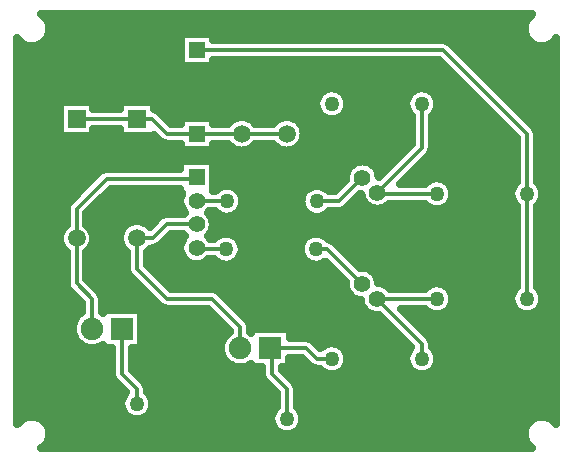
<source format=gbr>
G04 DipTrace 3.2.0.1*
G04 Top.gbr*
%MOIN*%
G04 #@! TF.FileFunction,Copper,L1,Top*
G04 #@! TF.Part,Single*
%AMOUTLINE0*
4,1,4,
-0.035433,0.0,
0.0,0.035433,
0.035433,0.0,
0.0,-0.035433,
-0.035433,0.0,
0*%
G04 #@! TA.AperFunction,Conductor*
%ADD14C,0.012992*%
G04 #@! TA.AperFunction,CopperBalancing*
%ADD15C,0.025*%
G04 #@! TA.AperFunction,ComponentPad*
%ADD16R,0.055118X0.055118*%
%ADD17C,0.055118*%
%ADD18C,0.05*%
%ADD19C,0.05*%
%ADD20R,0.059055X0.059055*%
%ADD21C,0.059055*%
%ADD22C,0.055118*%
%ADD23R,0.074803X0.074803*%
%ADD24C,0.074803*%
%ADD25C,0.059055*%
%ADD52OUTLINE0*%
%FSLAX26Y26*%
G04*
G70*
G90*
G75*
G01*
G04 Top*
%LPD*%
X1043701Y1693701D2*
D14*
Y1572441D1*
X1088642Y778522D2*
Y688642D1*
X1043701Y643701D1*
Y543701D1*
X593701Y843701D2*
Y693701D1*
X543701Y643701D1*
Y593701D1*
X1443610Y1268656D2*
X1516678D1*
X1595517Y1347495D1*
X843701Y1146063D2*
X896063D1*
X943701Y1193701D1*
X1040727D1*
X1042818Y1191610D1*
X1188642Y778522D2*
Y848760D1*
X1093701Y943701D1*
X943701D1*
X843701Y1043701D1*
Y1146063D1*
X1343701Y543701D2*
Y643701D1*
X1293701Y693701D1*
Y773463D1*
X1288642Y778522D1*
X1408879D1*
X1443701Y743701D1*
X1493701D1*
X642520Y1144882D2*
Y1242520D1*
X743701Y1343701D1*
X1037428D1*
X1042818Y1349091D1*
X642520Y1144882D2*
Y994882D1*
X693701Y943701D1*
Y843701D1*
X642520Y1542520D2*
X842520D1*
X843701Y1543701D1*
X893701D1*
X943701Y1493701D1*
X1043701D1*
X1193701D1*
X1343701D1*
X843701Y593701D2*
Y643701D1*
X793701Y693701D1*
Y843701D1*
X1843701Y1293701D2*
X1649311D1*
X1645517Y1297495D1*
X1793701Y1593701D2*
Y1445678D1*
X1645517Y1297495D1*
X1441585Y1108795D2*
X1478606D1*
X1593701Y993701D1*
X1793701Y743701D2*
Y793701D1*
X1643701Y943701D1*
X1843701D2*
X1643701D1*
X1143610Y1268656D2*
X1044512D1*
X1042818Y1270350D1*
X1141585Y1108795D2*
X1046892D1*
X1042818Y1112870D1*
X2143701Y943701D2*
Y1293701D1*
X1043701Y1772441D2*
X1864961D1*
X2143701Y1493701D1*
Y1293701D1*
X548924Y1866962D2*
D15*
X2138472D1*
X553803Y1842093D2*
X2133593D1*
X547381Y1817224D2*
X987165D1*
X1100248D2*
X2140016D1*
X448071Y1792356D2*
X465014D1*
X522369D2*
X987165D1*
X1894185D2*
X2165028D1*
X2222382D2*
X2239344D1*
X448071Y1767487D2*
X987165D1*
X1919054D2*
X2239344D1*
X448071Y1742618D2*
X987165D1*
X1943921D2*
X2239344D1*
X448071Y1717749D2*
X1870490D1*
X1968789D2*
X2239344D1*
X448071Y1692881D2*
X1895358D1*
X1993656D2*
X2239344D1*
X448071Y1668012D2*
X1920226D1*
X2018560D2*
X2239344D1*
X448071Y1643143D2*
X1476804D1*
X1510584D2*
X1776832D1*
X1810575D2*
X1945093D1*
X2043428D2*
X2239344D1*
X448071Y1618274D2*
X1445944D1*
X1541444D2*
X1745936D1*
X1841436D2*
X1969961D1*
X2068295D2*
X2239344D1*
X448071Y1593406D2*
X584007D1*
X701037D2*
X785173D1*
X902203D2*
X1439701D1*
X1547688D2*
X1739692D1*
X1847680D2*
X1994828D1*
X2093164D2*
X2239344D1*
X448071Y1568537D2*
X584007D1*
X917920D2*
X1446268D1*
X1541121D2*
X1746259D1*
X1841113D2*
X2019697D1*
X2118031D2*
X2239344D1*
X448071Y1543668D2*
X584007D1*
X942896D2*
X987165D1*
X1100248D2*
X1165867D1*
X1221537D2*
X1315864D1*
X1371533D2*
X1479029D1*
X1508358D2*
X1758209D1*
X1829199D2*
X2044564D1*
X2142899D2*
X2239344D1*
X448071Y1518799D2*
X584007D1*
X1396293D2*
X1758209D1*
X1829199D2*
X2069432D1*
X2167766D2*
X2239344D1*
X448071Y1493930D2*
X584007D1*
X701037D2*
X785173D1*
X1402214D2*
X1758209D1*
X1829199D2*
X2094336D1*
X2179177D2*
X2239344D1*
X448071Y1469062D2*
X919272D1*
X1396508D2*
X1758209D1*
X1829199D2*
X2108223D1*
X2179177D2*
X2239344D1*
X448071Y1444193D2*
X987165D1*
X1100248D2*
X1164971D1*
X1222398D2*
X1315003D1*
X1372429D2*
X1743066D1*
X1829164D2*
X2108223D1*
X2179177D2*
X2239344D1*
X448071Y1419324D2*
X1718197D1*
X1816496D2*
X2108223D1*
X2179177D2*
X2239344D1*
X448071Y1394455D2*
X986268D1*
X1099387D2*
X1566264D1*
X1624768D2*
X1693329D1*
X1791629D2*
X2108223D1*
X2179177D2*
X2239344D1*
X448071Y1369587D2*
X720761D1*
X1099387D2*
X1543693D1*
X1647339D2*
X1668462D1*
X1766761D2*
X2108223D1*
X2179177D2*
X2239344D1*
X448071Y1344718D2*
X695570D1*
X1099387D2*
X1539028D1*
X1741894D2*
X1834211D1*
X1853161D2*
X2108223D1*
X2179177D2*
X2239344D1*
X448071Y1319849D2*
X670702D1*
X1099387D2*
X1135581D1*
X1151681D2*
X1435573D1*
X1451646D2*
X1518718D1*
X1890562D2*
X2096848D1*
X2190552D2*
X2239344D1*
X448071Y1294980D2*
X645835D1*
X744134D2*
X992189D1*
X1190353D2*
X1396854D1*
X1897667D2*
X2089743D1*
X2197694D2*
X2239344D1*
X448071Y1270112D2*
X620967D1*
X719265D2*
X986268D1*
X1197566D2*
X1389642D1*
X1567281D2*
X1596407D1*
X1891961D2*
X2095412D1*
X2191988D2*
X2239344D1*
X448071Y1245243D2*
X607151D1*
X694398D2*
X992440D1*
X1191969D2*
X1395240D1*
X1542413D2*
X1629205D1*
X1661836D2*
X1823769D1*
X1863613D2*
X2108223D1*
X2179177D2*
X2239344D1*
X448071Y1220374D2*
X607043D1*
X677999D2*
X921783D1*
X1091097D2*
X1123202D1*
X1164014D2*
X1423230D1*
X1464007D2*
X2108223D1*
X2179177D2*
X2239344D1*
X448071Y1195505D2*
X607043D1*
X677999D2*
X814849D1*
X872528D2*
X896343D1*
X1099243D2*
X2108223D1*
X2179177D2*
X2239344D1*
X448071Y1170636D2*
X590286D1*
X694757D2*
X790843D1*
X1095117D2*
X2108223D1*
X2179177D2*
X2239344D1*
X448071Y1145768D2*
X584007D1*
X701037D2*
X785173D1*
X944906D2*
X997428D1*
X1088190D2*
X1103251D1*
X1179911D2*
X1403241D1*
X1479938D2*
X2108223D1*
X2179177D2*
X2239344D1*
X448071Y1120899D2*
X589388D1*
X695654D2*
X791165D1*
X919894D2*
X986878D1*
X1194121D2*
X1389031D1*
X1515643D2*
X2108223D1*
X2179177D2*
X2239344D1*
X448071Y1096030D2*
X607043D1*
X677999D2*
X808210D1*
X879201D2*
X988959D1*
X1193978D2*
X1389211D1*
X1540510D2*
X2108223D1*
X2179177D2*
X2239344D1*
X448071Y1071161D2*
X607043D1*
X677999D2*
X808210D1*
X879201D2*
X1005932D1*
X1079686D2*
X1103932D1*
X1179230D2*
X1403924D1*
X1565379D2*
X2108223D1*
X2179177D2*
X2239344D1*
X448071Y1046293D2*
X607043D1*
X677999D2*
X808210D1*
X890253D2*
X1491948D1*
X1608692D2*
X2108223D1*
X2179177D2*
X2239344D1*
X448071Y1021424D2*
X607043D1*
X677999D2*
X816858D1*
X915122D2*
X1516815D1*
X1642601D2*
X2108223D1*
X2179177D2*
X2239344D1*
X448071Y996555D2*
X607043D1*
X689984D2*
X841690D1*
X939990D2*
X1537234D1*
X1657529D2*
X2108223D1*
X2179177D2*
X2239344D1*
X448071Y971686D2*
X616552D1*
X714852D2*
X866558D1*
X1113669D2*
X1541827D1*
X1889413D2*
X2097959D1*
X2189441D2*
X2239344D1*
X448071Y946818D2*
X641421D1*
X729026D2*
X891425D1*
X1139720D2*
X1564290D1*
X1897594D2*
X2089814D1*
X2197587D2*
X2239344D1*
X448071Y921949D2*
X658214D1*
X729206D2*
X916294D1*
X1164588D2*
X1591706D1*
X1892858D2*
X2094514D1*
X2192886D2*
X2239344D1*
X448071Y897080D2*
X656097D1*
X860112D2*
X1091157D1*
X1189457D2*
X1613846D1*
X1739490D2*
X1819354D1*
X1868062D2*
X2119346D1*
X2168054D2*
X2239344D1*
X448071Y872211D2*
X634029D1*
X860112D2*
X1116025D1*
X1214360D2*
X1666022D1*
X1764357D2*
X2239344D1*
X448071Y847343D2*
X627425D1*
X860112D2*
X1140892D1*
X1224121D2*
X1690890D1*
X1789224D2*
X2239344D1*
X448071Y822474D2*
X630942D1*
X860112D2*
X1139781D1*
X1355026D2*
X1715793D1*
X1814092D2*
X2239344D1*
X448071Y797605D2*
X646946D1*
X860112D2*
X1125176D1*
X1438959D2*
X1740661D1*
X1828948D2*
X2239344D1*
X448071Y772736D2*
X758223D1*
X829178D2*
X1122520D1*
X1538717D2*
X1748663D1*
X1838709D2*
X2239344D1*
X448071Y747867D2*
X758223D1*
X829178D2*
X1130092D1*
X1547508D2*
X1739871D1*
X1847537D2*
X2239344D1*
X448071Y722999D2*
X758223D1*
X829178D2*
X1154529D1*
X1355026D2*
X1415264D1*
X1543346D2*
X1744070D1*
X1843337D2*
X2239344D1*
X448071Y698130D2*
X758223D1*
X838437D2*
X1258198D1*
X1338411D2*
X1467223D1*
X1520165D2*
X1767215D1*
X1820193D2*
X2239344D1*
X448071Y673261D2*
X765293D1*
X863304D2*
X1265303D1*
X1363280D2*
X2239344D1*
X448071Y648392D2*
X789874D1*
X878843D2*
X1289848D1*
X1378853D2*
X2239344D1*
X448071Y623524D2*
X799239D1*
X888172D2*
X1308220D1*
X1379176D2*
X2239344D1*
X448071Y598655D2*
X789945D1*
X897466D2*
X1308220D1*
X1379176D2*
X2239344D1*
X448071Y573786D2*
X793713D1*
X893698D2*
X1299429D1*
X1388003D2*
X2239344D1*
X448071Y548917D2*
X474702D1*
X512717D2*
X815782D1*
X871630D2*
X1289991D1*
X1397441D2*
X2174680D1*
X2212694D2*
X2239344D1*
X545192Y524049D2*
X1293615D1*
X1393781D2*
X2142205D1*
X553588Y499180D2*
X1315325D1*
X1372071D2*
X2133844D1*
X550466Y474311D2*
X2136930D1*
X533098Y449442D2*
X2154298D1*
X998836Y1547752D2*
X1097752D1*
Y1526688D1*
X1148446Y1526689D1*
X1154089Y1533312D1*
X1160773Y1539022D1*
X1168269Y1543614D1*
X1176390Y1546979D1*
X1184937Y1549030D1*
X1193701Y1549720D1*
X1202465Y1549030D1*
X1211012Y1546979D1*
X1219133Y1543614D1*
X1226629Y1539022D1*
X1233312Y1533312D1*
X1238969Y1526696D1*
X1298446Y1526689D1*
X1304089Y1533312D1*
X1310773Y1539022D1*
X1318269Y1543614D1*
X1326390Y1546979D1*
X1334937Y1549030D1*
X1343701Y1549720D1*
X1352465Y1549030D1*
X1361012Y1546979D1*
X1369133Y1543614D1*
X1376629Y1539022D1*
X1383312Y1533312D1*
X1389022Y1526629D1*
X1393614Y1519133D1*
X1396979Y1511012D1*
X1399030Y1502465D1*
X1399720Y1493701D1*
X1399030Y1484937D1*
X1396979Y1476390D1*
X1393614Y1468269D1*
X1389022Y1460773D1*
X1383312Y1454089D1*
X1376629Y1448379D1*
X1369133Y1443787D1*
X1361012Y1440423D1*
X1352465Y1438371D1*
X1343701Y1437681D1*
X1334937Y1438371D1*
X1326390Y1440423D1*
X1318269Y1443787D1*
X1310773Y1448379D1*
X1304089Y1454089D1*
X1298433Y1460706D1*
X1238955Y1460713D1*
X1233312Y1454089D1*
X1226629Y1448379D1*
X1219133Y1443787D1*
X1211012Y1440423D1*
X1202465Y1438371D1*
X1193701Y1437681D1*
X1184937Y1438371D1*
X1176390Y1440423D1*
X1168269Y1443787D1*
X1160773Y1448379D1*
X1154089Y1454089D1*
X1148433Y1460706D1*
X1097782Y1460713D1*
X1097752Y1439650D1*
X989650D1*
Y1460714D1*
X941113Y1460814D1*
X936000Y1461623D1*
X931076Y1463223D1*
X926465Y1465573D1*
X922277Y1468617D1*
X899745Y1491004D1*
X899720Y1487681D1*
X787681D1*
Y1509534D1*
X698517Y1509531D1*
X698539Y1486500D1*
X586500D1*
Y1598539D1*
X698539D1*
Y1575538D1*
X787671Y1575508D1*
X787681Y1599720D1*
X899720D1*
Y1576144D1*
X906325Y1574178D1*
X910937Y1571828D1*
X915125Y1568785D1*
X957346Y1526707D1*
X989668Y1526689D1*
X989650Y1547752D1*
X998836D1*
Y1826492D2*
X1097752D1*
Y1805428D1*
X1867549Y1805328D1*
X1872661Y1804518D1*
X1877585Y1802919D1*
X1882197Y1800568D1*
X1886385Y1797525D1*
X1933757Y1750297D1*
X2168785Y1515125D1*
X2171828Y1510937D1*
X2174178Y1506325D1*
X2175778Y1501402D1*
X2176588Y1496289D1*
X2176689Y1429396D1*
Y1333262D1*
X2182856Y1327142D1*
X2187605Y1320605D1*
X2191273Y1313406D1*
X2193770Y1305722D1*
X2195034Y1297740D1*
Y1289661D1*
X2193770Y1281680D1*
X2191273Y1273996D1*
X2187605Y1266797D1*
X2182856Y1260260D1*
X2176684Y1254184D1*
X2176689Y983266D1*
X2182856Y977142D1*
X2187605Y970605D1*
X2191273Y963406D1*
X2193770Y955722D1*
X2195034Y947740D1*
Y939661D1*
X2193770Y931680D1*
X2191273Y923996D1*
X2187605Y916797D1*
X2182856Y910260D1*
X2177142Y904546D1*
X2170605Y899797D1*
X2163406Y896129D1*
X2155722Y893631D1*
X2147740Y892367D1*
X2139661D1*
X2131680Y893631D1*
X2123996Y896129D1*
X2116797Y899797D1*
X2110260Y904546D1*
X2104546Y910260D1*
X2099797Y916797D1*
X2096129Y923996D1*
X2093631Y931680D1*
X2092367Y939661D1*
Y947740D1*
X2093631Y955722D1*
X2096129Y963406D1*
X2099797Y970605D1*
X2104546Y977142D1*
X2110718Y983218D1*
X2110713Y1254135D1*
X2104546Y1260260D1*
X2099797Y1266797D1*
X2096129Y1273996D1*
X2093631Y1281680D1*
X2092367Y1289661D1*
Y1297740D1*
X2093631Y1305722D1*
X2096129Y1313406D1*
X2099797Y1320605D1*
X2104546Y1327142D1*
X2110718Y1333218D1*
X2110713Y1480047D1*
X1851283Y1739466D1*
X1097720Y1739453D1*
X1097752Y1718390D1*
X989650D1*
Y1826492D1*
X998836D1*
X1192919Y1104756D2*
X1191655Y1096774D1*
X1189157Y1089091D1*
X1185490Y1081891D1*
X1180740Y1075354D1*
X1175026Y1069640D1*
X1168490Y1064891D1*
X1161290Y1061223D1*
X1153606Y1058726D1*
X1145625Y1057462D1*
X1137546D1*
X1129564Y1058726D1*
X1121881Y1061223D1*
X1114681Y1064891D1*
X1108144Y1069640D1*
X1102068Y1075812D1*
X1082125Y1075807D1*
X1077921Y1071769D1*
X1071059Y1066783D1*
X1063503Y1062933D1*
X1055436Y1060312D1*
X1047058Y1058986D1*
X1038577D1*
X1030199Y1060312D1*
X1022133Y1062933D1*
X1014576Y1066783D1*
X1007714Y1071769D1*
X1001717Y1077766D1*
X996731Y1084629D1*
X992881Y1092185D1*
X990260Y1100252D1*
X988933Y1108630D1*
Y1117110D1*
X990260Y1125488D1*
X992881Y1133555D1*
X996731Y1141112D1*
X1001717Y1147974D1*
X1005803Y1152205D1*
X1001717Y1156507D1*
X998509Y1160709D1*
X957367Y1160713D1*
X917487Y1120979D1*
X913299Y1117936D1*
X908688Y1115585D1*
X903764Y1113986D1*
X898651Y1113176D1*
X896052Y1113075D1*
X886298Y1109681D1*
X880083Y1103466D1*
X876696Y1100795D1*
X876689Y1057394D1*
X957383Y976671D1*
X1096289Y976588D1*
X1101402Y975778D1*
X1106325Y974178D1*
X1110937Y971828D1*
X1115125Y968785D1*
X1162497Y921556D1*
X1213726Y870184D1*
X1216769Y865996D1*
X1219119Y861385D1*
X1220719Y856461D1*
X1221529Y851348D1*
X1221630Y833222D1*
X1224747Y831182D1*
X1224748Y842416D1*
X1352535D1*
Y811520D1*
X1411467Y811409D1*
X1416580Y810598D1*
X1421504Y809000D1*
X1426115Y806650D1*
X1430303Y803606D1*
X1455676Y778378D1*
X1460260Y782856D1*
X1466797Y787605D1*
X1473996Y791273D1*
X1481680Y793770D1*
X1489661Y795034D1*
X1497740D1*
X1505722Y793770D1*
X1513406Y791273D1*
X1520605Y787605D1*
X1527142Y782856D1*
X1532856Y777142D1*
X1537605Y770605D1*
X1541273Y763406D1*
X1543770Y755722D1*
X1545034Y747740D1*
Y739661D1*
X1543770Y731680D1*
X1541273Y723996D1*
X1537605Y716797D1*
X1532856Y710260D1*
X1527142Y704546D1*
X1520605Y699797D1*
X1513406Y696129D1*
X1505722Y693631D1*
X1497740Y692367D1*
X1489661D1*
X1481680Y693631D1*
X1473996Y696129D1*
X1466797Y699797D1*
X1460260Y704546D1*
X1454184Y710718D1*
X1441113Y710814D1*
X1436000Y711625D1*
X1431076Y713223D1*
X1426465Y715573D1*
X1422277Y718617D1*
X1395230Y745520D1*
X1352505Y745534D1*
X1352535Y714629D1*
X1326663D1*
X1326689Y707400D1*
X1368785Y665125D1*
X1371828Y660937D1*
X1374178Y656325D1*
X1375778Y651402D1*
X1376588Y646289D1*
X1376689Y583236D1*
X1382856Y577142D1*
X1387605Y570605D1*
X1391273Y563406D1*
X1393770Y555722D1*
X1395034Y547740D1*
Y539661D1*
X1393770Y531680D1*
X1391273Y523996D1*
X1387605Y516797D1*
X1382856Y510260D1*
X1377142Y504546D1*
X1370605Y499797D1*
X1363406Y496129D1*
X1355722Y493631D1*
X1347740Y492367D1*
X1339661D1*
X1331680Y493631D1*
X1323996Y496129D1*
X1316797Y499797D1*
X1310260Y504546D1*
X1304546Y510260D1*
X1299797Y516797D1*
X1296129Y523996D1*
X1293631Y531680D1*
X1292367Y539661D1*
Y547740D1*
X1293631Y555722D1*
X1296129Y563406D1*
X1299797Y570605D1*
X1304546Y577142D1*
X1310718Y583218D1*
X1310713Y630003D1*
X1268617Y672277D1*
X1265573Y676465D1*
X1263223Y681076D1*
X1261623Y686000D1*
X1260814Y691113D1*
X1260672Y714629D1*
X1224748D1*
Y725789D1*
X1217648Y721593D1*
X1208386Y717756D1*
X1198636Y715415D1*
X1188642Y714629D1*
X1178647Y715415D1*
X1168898Y717756D1*
X1159635Y721593D1*
X1151085Y726831D1*
X1143462Y733343D1*
X1136950Y740966D1*
X1131713Y749516D1*
X1127875Y758778D1*
X1125534Y768528D1*
X1124748Y778522D1*
X1125534Y788517D1*
X1127875Y798266D1*
X1131713Y807529D1*
X1136950Y816079D1*
X1143462Y823702D1*
X1151085Y830214D1*
X1155651Y833220D1*
X1155654Y835112D1*
X1080034Y910715D1*
X941113Y910814D1*
X936000Y911623D1*
X931076Y913223D1*
X926465Y915573D1*
X922277Y918617D1*
X874904Y965845D1*
X818617Y1022277D1*
X815573Y1026465D1*
X813223Y1031076D1*
X811623Y1036000D1*
X810814Y1041113D1*
X810713Y1100793D1*
X804089Y1106451D1*
X798379Y1113135D1*
X793787Y1120631D1*
X790423Y1128752D1*
X788371Y1137299D1*
X787681Y1146063D1*
X788371Y1154827D1*
X790423Y1163374D1*
X793787Y1171495D1*
X798379Y1178991D1*
X804089Y1185675D1*
X810773Y1191385D1*
X818269Y1195976D1*
X826390Y1199341D1*
X834937Y1201392D1*
X843701Y1202083D1*
X852465Y1201392D1*
X861012Y1199341D1*
X869133Y1195976D1*
X876629Y1191385D1*
X883312Y1185675D1*
X886054Y1182710D1*
X922277Y1218785D1*
X926465Y1221828D1*
X931076Y1224178D1*
X936000Y1225778D1*
X941113Y1226588D1*
X1001726Y1226689D1*
X1005803Y1230945D1*
X1001717Y1235247D1*
X996731Y1242109D1*
X992881Y1249665D1*
X990260Y1257732D1*
X988933Y1266110D1*
Y1274591D1*
X990260Y1282969D1*
X992881Y1291035D1*
X994747Y1295049D1*
X988766Y1295039D1*
Y1310720D1*
X757352Y1310713D1*
X675503Y1228850D1*
X675508Y1190164D1*
X682131Y1184493D1*
X687841Y1177810D1*
X692433Y1170314D1*
X695798Y1162193D1*
X697849Y1153646D1*
X698539Y1144882D1*
X697849Y1136118D1*
X695798Y1127571D1*
X692433Y1119450D1*
X687841Y1111954D1*
X682131Y1105270D1*
X675514Y1099614D1*
X675508Y1008558D1*
X718785Y965125D1*
X721828Y960937D1*
X724178Y956325D1*
X725778Y951402D1*
X726588Y946289D1*
X726689Y898451D1*
X729806Y896361D1*
X729807Y907594D1*
X857594D1*
Y779807D1*
X826698D1*
X826689Y707377D1*
X868785Y665125D1*
X871828Y660937D1*
X874178Y656325D1*
X875778Y651402D1*
X876588Y646289D1*
X876689Y633259D1*
X882856Y627142D1*
X887605Y620605D1*
X891273Y613406D1*
X893770Y605722D1*
X895034Y597740D1*
Y589661D1*
X893770Y581680D1*
X891273Y573996D1*
X887605Y566797D1*
X882856Y560260D1*
X877142Y554546D1*
X870605Y549797D1*
X863406Y546129D1*
X855722Y543631D1*
X847740Y542367D1*
X839661D1*
X831680Y543631D1*
X823996Y546129D1*
X816797Y549797D1*
X810260Y554546D1*
X804546Y560260D1*
X799797Y566797D1*
X796129Y573996D1*
X793631Y581680D1*
X792367Y589661D1*
Y597740D1*
X793631Y605722D1*
X796129Y613406D1*
X799797Y620605D1*
X804546Y627142D1*
X809018Y631709D1*
X768617Y672277D1*
X765573Y676465D1*
X763223Y681076D1*
X761623Y686000D1*
X760814Y691113D1*
X760713Y758005D1*
Y779787D1*
X729807Y779807D1*
Y790967D1*
X722707Y786772D1*
X713445Y782934D1*
X703696Y780593D1*
X693701Y779807D1*
X683706Y780593D1*
X673957Y782934D1*
X664694Y786772D1*
X656144Y792009D1*
X648521Y798521D1*
X642009Y806144D1*
X636772Y814694D1*
X632934Y823957D1*
X630593Y833706D1*
X629807Y843701D1*
X630593Y853696D1*
X632934Y863445D1*
X636772Y872707D1*
X642009Y881257D1*
X648521Y888881D1*
X656144Y895392D1*
X660710Y898399D1*
X660713Y930003D1*
X617436Y973458D1*
X614392Y977646D1*
X612042Y982257D1*
X610442Y987181D1*
X609633Y992294D1*
X609531Y1059186D1*
Y1099627D1*
X602908Y1105270D1*
X597198Y1111954D1*
X592606Y1119450D1*
X589241Y1127571D1*
X587190Y1136118D1*
X586500Y1144882D1*
X587190Y1153646D1*
X589241Y1162193D1*
X592606Y1170314D1*
X597198Y1177810D1*
X602908Y1184493D1*
X609525Y1190150D1*
X609633Y1245108D1*
X610444Y1250220D1*
X612042Y1255144D1*
X614392Y1259756D1*
X617436Y1263944D1*
X664664Y1311316D1*
X722277Y1368785D1*
X726465Y1371828D1*
X731076Y1374178D1*
X736000Y1375778D1*
X741113Y1376588D1*
X808005Y1376689D1*
X988753D1*
X988766Y1403142D1*
X1096869D1*
Y1301623D1*
X1104043Y1301644D1*
X1110169Y1307811D1*
X1116706Y1312560D1*
X1123906Y1316228D1*
X1131589Y1318726D1*
X1139571Y1319990D1*
X1147650D1*
X1155631Y1318726D1*
X1163315Y1316228D1*
X1170514Y1312560D1*
X1177051Y1307811D1*
X1182765Y1302097D1*
X1187514Y1295560D1*
X1191182Y1288361D1*
X1193680Y1280677D1*
X1194944Y1272696D1*
Y1264617D1*
X1193680Y1256635D1*
X1191182Y1248951D1*
X1187514Y1241752D1*
X1182765Y1235215D1*
X1177051Y1229501D1*
X1170514Y1224752D1*
X1163315Y1221084D1*
X1155631Y1218587D1*
X1147650Y1217323D1*
X1139571D1*
X1131589Y1218587D1*
X1123906Y1221084D1*
X1116706Y1224752D1*
X1110169Y1229501D1*
X1104093Y1235673D1*
X1084294Y1235668D1*
X1079832Y1231016D1*
X1083919Y1226714D1*
X1088904Y1219852D1*
X1092755Y1212295D1*
X1095375Y1204228D1*
X1096702Y1195850D1*
Y1187370D1*
X1095375Y1178992D1*
X1092755Y1170925D1*
X1088904Y1163369D1*
X1083919Y1156507D1*
X1079832Y1152276D1*
X1083919Y1147974D1*
X1088453Y1141787D1*
X1102046Y1141783D1*
X1108144Y1147950D1*
X1114681Y1152699D1*
X1121881Y1156367D1*
X1129564Y1158865D1*
X1137546Y1160129D1*
X1145625D1*
X1153606Y1158865D1*
X1161290Y1156367D1*
X1168490Y1152699D1*
X1175026Y1147950D1*
X1180740Y1142236D1*
X1185490Y1135699D1*
X1189157Y1128500D1*
X1191655Y1120816D1*
X1192919Y1112835D1*
Y1104756D1*
X1472832Y1067909D2*
X1468490Y1064891D1*
X1461290Y1061223D1*
X1453606Y1058726D1*
X1445625Y1057462D1*
X1437546D1*
X1429564Y1058726D1*
X1421881Y1061223D1*
X1414681Y1064891D1*
X1408144Y1069640D1*
X1402430Y1075354D1*
X1397681Y1081891D1*
X1394013Y1089091D1*
X1391516Y1096774D1*
X1390252Y1104756D1*
Y1112835D1*
X1391516Y1120816D1*
X1394013Y1128500D1*
X1397681Y1135699D1*
X1402430Y1142236D1*
X1408144Y1147950D1*
X1414681Y1152699D1*
X1421881Y1156367D1*
X1429564Y1158865D1*
X1437546Y1160129D1*
X1445625D1*
X1453606Y1158865D1*
X1461290Y1156367D1*
X1468490Y1152699D1*
X1475026Y1147950D1*
X1480740Y1142236D1*
X1481180Y1141678D1*
X1486307Y1140871D1*
X1491231Y1139273D1*
X1495843Y1136923D1*
X1500030Y1133879D1*
X1547403Y1086651D1*
X1586757Y1047297D1*
X1593701Y1047752D1*
X1602156Y1047087D1*
X1610403Y1045106D1*
X1618240Y1041861D1*
X1625471Y1037429D1*
X1631921Y1031921D1*
X1637429Y1025471D1*
X1641861Y1018240D1*
X1645106Y1010403D1*
X1647087Y1002156D1*
X1647597Y997627D1*
X1656319Y996259D1*
X1664386Y993638D1*
X1671942Y989787D1*
X1678804Y984802D1*
X1684802Y978804D1*
X1686475Y976682D1*
X1804139Y976689D1*
X1810260Y982856D1*
X1816797Y987605D1*
X1823996Y991273D1*
X1831680Y993770D1*
X1839661Y995034D1*
X1847740D1*
X1855722Y993770D1*
X1863406Y991273D1*
X1870605Y987605D1*
X1877142Y982856D1*
X1882856Y977142D1*
X1887605Y970605D1*
X1891273Y963406D1*
X1893770Y955722D1*
X1895034Y947740D1*
Y939661D1*
X1893770Y931680D1*
X1891273Y923996D1*
X1887605Y916797D1*
X1882856Y910260D1*
X1877142Y904546D1*
X1870605Y899797D1*
X1863406Y896129D1*
X1855722Y893631D1*
X1847740Y892367D1*
X1839661D1*
X1831680Y893631D1*
X1823996Y896129D1*
X1816797Y899797D1*
X1810260Y904546D1*
X1804184Y910718D1*
X1723310Y910713D1*
X1818785Y815125D1*
X1821828Y810937D1*
X1824178Y806325D1*
X1825778Y801402D1*
X1826588Y796289D1*
X1826689Y783259D1*
X1832856Y777142D1*
X1837605Y770605D1*
X1841273Y763406D1*
X1843770Y755722D1*
X1845034Y747740D1*
Y739661D1*
X1843770Y731680D1*
X1841273Y723996D1*
X1837605Y716797D1*
X1832856Y710260D1*
X1827142Y704546D1*
X1820605Y699797D1*
X1813406Y696129D1*
X1805722Y693631D1*
X1797740Y692367D1*
X1789661D1*
X1781680Y693631D1*
X1773996Y696129D1*
X1766797Y699797D1*
X1760260Y704546D1*
X1754546Y710260D1*
X1749797Y716797D1*
X1746129Y723996D1*
X1743631Y731680D1*
X1742367Y739661D1*
Y747740D1*
X1743631Y755722D1*
X1746129Y763406D1*
X1749797Y770605D1*
X1754546Y777142D1*
X1759018Y781709D1*
X1650635Y890114D1*
X1643701Y889650D1*
X1635245Y890315D1*
X1626999Y892295D1*
X1619161Y895541D1*
X1611930Y899972D1*
X1605480Y905480D1*
X1599972Y911930D1*
X1595541Y919161D1*
X1592295Y926999D1*
X1590315Y935245D1*
X1589804Y939774D1*
X1581083Y941143D1*
X1573016Y943764D1*
X1565459Y947614D1*
X1558597Y952600D1*
X1552600Y958597D1*
X1547614Y965459D1*
X1543764Y973016D1*
X1541143Y981083D1*
X1539816Y989461D1*
Y997941D1*
X1540134Y1000625D1*
X1472862Y1067887D1*
X1483127Y1235673D2*
X1480021Y1232245D1*
X1473877Y1226999D1*
X1466987Y1222777D1*
X1459522Y1219684D1*
X1451665Y1217798D1*
X1443610Y1217164D1*
X1435555Y1217798D1*
X1427698Y1219684D1*
X1420234Y1222777D1*
X1413344Y1226999D1*
X1407199Y1232245D1*
X1401953Y1238390D1*
X1397731Y1245280D1*
X1394638Y1252744D1*
X1392752Y1260601D1*
X1392118Y1268656D1*
X1392752Y1276711D1*
X1394638Y1284568D1*
X1397731Y1292033D1*
X1401953Y1298923D1*
X1407199Y1305067D1*
X1413344Y1310314D1*
X1420234Y1314535D1*
X1427698Y1317629D1*
X1435555Y1319514D1*
X1443610Y1320148D1*
X1451665Y1319514D1*
X1459522Y1317629D1*
X1466987Y1314535D1*
X1473877Y1310314D1*
X1480021Y1305067D1*
X1483127Y1301639D1*
X1502999Y1301644D1*
X1541892Y1340522D1*
X1541466Y1347495D1*
X1542131Y1355950D1*
X1544112Y1364197D1*
X1547357Y1372034D1*
X1551789Y1379265D1*
X1557297Y1385715D1*
X1563747Y1391223D1*
X1570978Y1395655D1*
X1578815Y1398900D1*
X1587062Y1400881D1*
X1595517Y1401546D1*
X1603972Y1400881D1*
X1612219Y1398900D1*
X1620056Y1395655D1*
X1627287Y1391223D1*
X1633738Y1385715D1*
X1639245Y1379265D1*
X1643677Y1372034D1*
X1646923Y1364197D1*
X1648903Y1355950D1*
X1649413Y1351421D1*
X1652441Y1351062D1*
X1760707Y1459337D1*
X1760713Y1554156D1*
X1754546Y1560260D1*
X1749797Y1566797D1*
X1746129Y1573996D1*
X1743631Y1581680D1*
X1742367Y1589661D1*
Y1597740D1*
X1743631Y1605722D1*
X1746129Y1613406D1*
X1749797Y1620605D1*
X1754546Y1627142D1*
X1760260Y1632856D1*
X1766797Y1637605D1*
X1773996Y1641273D1*
X1781680Y1643770D1*
X1789661Y1645034D1*
X1797740D1*
X1805722Y1643770D1*
X1813406Y1641273D1*
X1820605Y1637605D1*
X1827142Y1632856D1*
X1832856Y1627142D1*
X1837605Y1620605D1*
X1841273Y1613406D1*
X1843770Y1605722D1*
X1845034Y1597740D1*
Y1589661D1*
X1843770Y1581680D1*
X1841273Y1573996D1*
X1837605Y1566797D1*
X1832856Y1560260D1*
X1826684Y1554184D1*
X1826588Y1443091D1*
X1825777Y1437978D1*
X1824178Y1433054D1*
X1821828Y1428442D1*
X1818785Y1424255D1*
X1771556Y1376882D1*
X1721341Y1326667D1*
X1804151Y1326689D1*
X1810260Y1332856D1*
X1816797Y1337605D1*
X1823996Y1341273D1*
X1831680Y1343770D1*
X1839661Y1345034D1*
X1847740D1*
X1855722Y1343770D1*
X1863406Y1341273D1*
X1870605Y1337605D1*
X1877142Y1332856D1*
X1882856Y1327142D1*
X1887605Y1320605D1*
X1891273Y1313406D1*
X1893770Y1305722D1*
X1895034Y1297740D1*
Y1289661D1*
X1893770Y1281680D1*
X1891273Y1273996D1*
X1887605Y1266797D1*
X1882856Y1260260D1*
X1877142Y1254546D1*
X1870605Y1249797D1*
X1863406Y1246129D1*
X1855722Y1243631D1*
X1847740Y1242367D1*
X1839661D1*
X1831680Y1243631D1*
X1823996Y1246129D1*
X1816797Y1249797D1*
X1810260Y1254546D1*
X1804184Y1260718D1*
X1685129Y1260713D1*
X1680621Y1256394D1*
X1673759Y1251408D1*
X1666202Y1247558D1*
X1658135Y1244937D1*
X1649757Y1243610D1*
X1641277D1*
X1632899Y1244937D1*
X1624832Y1247558D1*
X1617276Y1251408D1*
X1610413Y1256394D1*
X1604416Y1262391D1*
X1599430Y1269253D1*
X1595580Y1276810D1*
X1592959Y1284877D1*
X1591621Y1293568D1*
X1588593Y1293928D1*
X1538102Y1243572D1*
X1533915Y1240529D1*
X1529303Y1238178D1*
X1524379Y1236579D1*
X1519266Y1235769D1*
X1483127Y1235668D1*
X1545034Y1589661D2*
X1543770Y1581680D1*
X1541273Y1573996D1*
X1537605Y1566797D1*
X1532856Y1560260D1*
X1527142Y1554546D1*
X1520605Y1549797D1*
X1513406Y1546129D1*
X1505722Y1543631D1*
X1497740Y1542367D1*
X1489661D1*
X1481680Y1543631D1*
X1473996Y1546129D1*
X1466797Y1549797D1*
X1460260Y1554546D1*
X1454546Y1560260D1*
X1449797Y1566797D1*
X1446129Y1573996D1*
X1443631Y1581680D1*
X1442367Y1589661D1*
Y1597740D1*
X1443631Y1605722D1*
X1446129Y1613406D1*
X1449797Y1620605D1*
X1454546Y1627142D1*
X1460260Y1632856D1*
X1466797Y1637605D1*
X1473996Y1641273D1*
X1481680Y1643770D1*
X1489661Y1645034D1*
X1497740D1*
X1505722Y1643770D1*
X1513406Y1641273D1*
X1520605Y1637605D1*
X1527142Y1632856D1*
X1532856Y1627142D1*
X1537605Y1620605D1*
X1541273Y1613406D1*
X1543770Y1605722D1*
X1545034Y1597740D1*
Y1589661D1*
X2241828Y1812075D2*
X2237524Y1806272D1*
X2231130Y1799878D1*
X2223814Y1794562D1*
X2215756Y1790457D1*
X2207155Y1787661D1*
X2198223Y1786247D1*
X2189178D1*
X2180247Y1787661D1*
X2171646Y1790457D1*
X2163588Y1794562D1*
X2156272Y1799878D1*
X2149878Y1806272D1*
X2144562Y1813588D1*
X2140457Y1821646D1*
X2137661Y1830247D1*
X2136247Y1839178D1*
Y1848223D1*
X2137661Y1857155D1*
X2140457Y1865756D1*
X2144562Y1873814D1*
X2149878Y1881130D1*
X2156272Y1887524D1*
X2162075Y1891828D1*
X525395Y1891831D1*
X531130Y1887524D1*
X537524Y1881130D1*
X542840Y1873814D1*
X546945Y1865756D1*
X549740Y1857155D1*
X551155Y1848223D1*
Y1839178D1*
X549740Y1830247D1*
X546945Y1821646D1*
X542840Y1813588D1*
X537524Y1806272D1*
X531130Y1799878D1*
X523814Y1794562D1*
X515756Y1790457D1*
X507155Y1787661D1*
X498223Y1786247D1*
X489178D1*
X480247Y1787661D1*
X471646Y1790457D1*
X463588Y1794562D1*
X456272Y1799878D1*
X449878Y1806272D1*
X445573Y1812075D1*
X445571Y525409D1*
X449878Y531130D1*
X456272Y537524D1*
X463588Y542840D1*
X471646Y546945D1*
X480247Y549740D1*
X489178Y551155D1*
X498223D1*
X507155Y549740D1*
X515756Y546945D1*
X523814Y542840D1*
X531130Y537524D1*
X537524Y531130D1*
X542840Y523814D1*
X546945Y515756D1*
X549740Y507155D1*
X551155Y498223D1*
Y489178D1*
X549740Y480247D1*
X546945Y471646D1*
X542840Y463588D1*
X537524Y456272D1*
X531130Y449878D1*
X525327Y445573D1*
X2162007Y445571D1*
X2156272Y449878D1*
X2149878Y456272D1*
X2144562Y463588D1*
X2140457Y471646D1*
X2137661Y480247D1*
X2136247Y489178D1*
Y498223D1*
X2137661Y507155D1*
X2140457Y515756D1*
X2144562Y523814D1*
X2149878Y531130D1*
X2156272Y537524D1*
X2163588Y542840D1*
X2171646Y546945D1*
X2180247Y549740D1*
X2189178Y551155D1*
X2198223D1*
X2207155Y549740D1*
X2215756Y546945D1*
X2223814Y542840D1*
X2231130Y537524D1*
X2237524Y531130D1*
X2241828Y525327D1*
X2241831Y1811992D1*
D16*
X1043701Y1493701D3*
D17*
Y1572441D3*
D16*
Y1772441D3*
D17*
Y1693701D3*
D18*
X1141585Y1108795D3*
D19*
X1441585D3*
D18*
X2143701Y943701D3*
D19*
X1843701D3*
D18*
X1143610Y1268656D3*
D19*
X1443610D3*
D18*
X2143701Y1293701D3*
D19*
X1843701D3*
D18*
X1343701Y543701D3*
D19*
X1043701D3*
D18*
X843701Y593701D3*
D19*
X543701D3*
D20*
X843701Y1543701D3*
D21*
Y1146063D3*
D20*
X642520Y1542520D3*
D21*
Y1144882D3*
D18*
X1493701Y743701D3*
D19*
X1793701D3*
D18*
X1493701Y1593701D3*
D19*
X1793701D3*
D22*
X1643701Y943701D3*
X1593701Y993701D3*
D52*
X1643701Y1043701D3*
D22*
X1645517Y1297495D3*
X1595517Y1347495D3*
D52*
X1645517Y1397495D3*
D16*
X1042818Y1349091D3*
D17*
Y1270350D3*
Y1191610D3*
Y1112870D3*
Y1034130D3*
D23*
X1288642Y778522D3*
D24*
X1188642D3*
X1088642D3*
D23*
X793701Y843701D3*
D24*
X693701D3*
X593701D3*
D25*
X1193701Y1493701D3*
X1343701D3*
M02*

</source>
